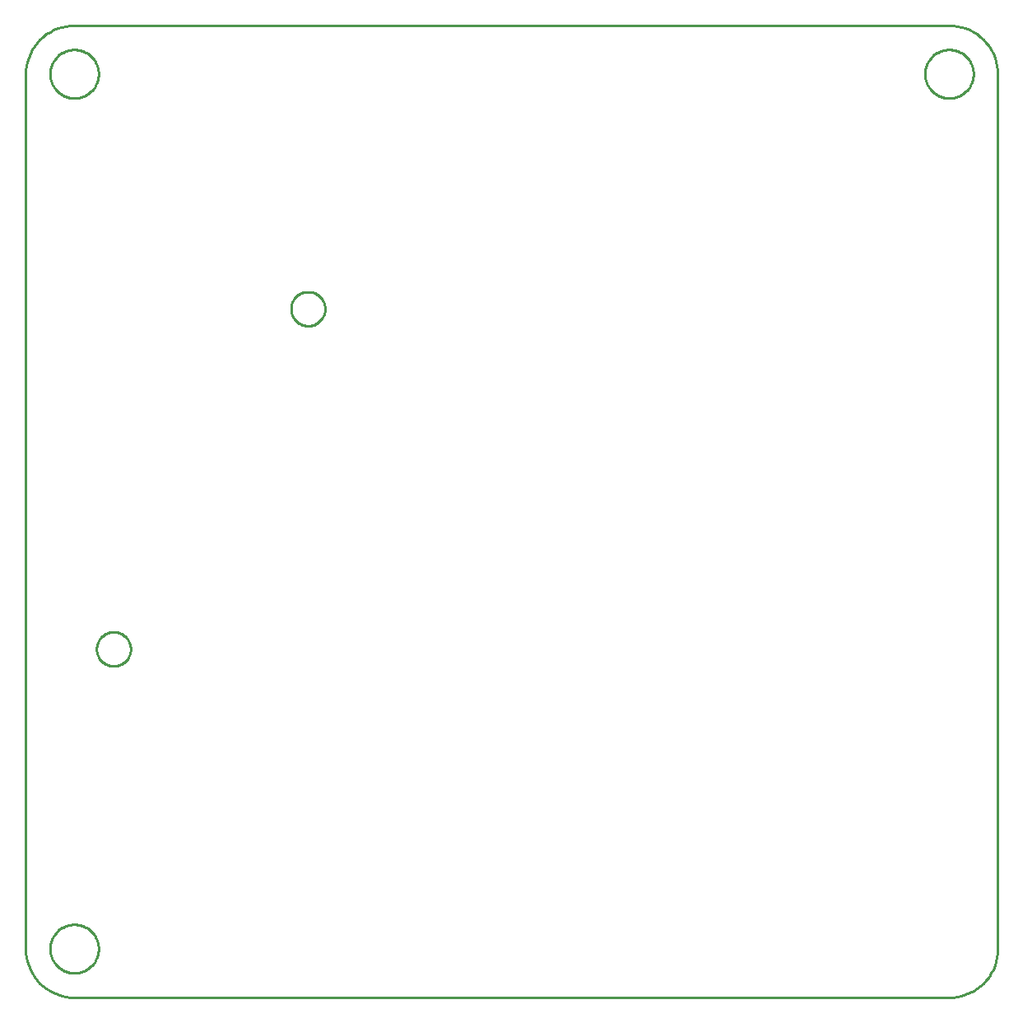
<source format=gbr>
G04 EAGLE Gerber RS-274X export*
G75*
%MOMM*%
%FSLAX34Y34*%
%LPD*%
%IN*%
%IPPOS*%
%AMOC8*
5,1,8,0,0,1.08239X$1,22.5*%
G01*
%ADD10C,0.254000*%


D10*
X0Y50000D02*
X190Y45642D01*
X760Y41318D01*
X1704Y37059D01*
X3015Y32899D01*
X4685Y28869D01*
X6699Y25000D01*
X9042Y21321D01*
X11698Y17861D01*
X14645Y14645D01*
X17861Y11698D01*
X21321Y9042D01*
X25000Y6699D01*
X28869Y4685D01*
X32899Y3015D01*
X37059Y1704D01*
X41318Y760D01*
X45642Y190D01*
X50000Y0D01*
X950000Y0D01*
X954358Y190D01*
X958682Y760D01*
X962941Y1704D01*
X967101Y3015D01*
X971131Y4685D01*
X975000Y6699D01*
X978679Y9042D01*
X982139Y11698D01*
X985355Y14645D01*
X988302Y17861D01*
X990958Y21321D01*
X993301Y25000D01*
X995315Y28869D01*
X996985Y32899D01*
X998296Y37059D01*
X999240Y41318D01*
X999810Y45642D01*
X1000000Y50000D01*
X1000000Y950000D01*
X999810Y954358D01*
X999240Y958682D01*
X998296Y962941D01*
X996985Y967101D01*
X995315Y971131D01*
X993301Y975000D01*
X990958Y978679D01*
X988302Y982139D01*
X985355Y985355D01*
X982139Y988302D01*
X978679Y990958D01*
X975000Y993301D01*
X971131Y995315D01*
X967101Y996985D01*
X962941Y998296D01*
X958682Y999240D01*
X954358Y999810D01*
X950000Y1000000D01*
X50000Y1000000D01*
X45642Y999810D01*
X41318Y999240D01*
X37059Y998296D01*
X32899Y996985D01*
X28869Y995315D01*
X25000Y993301D01*
X21321Y990958D01*
X17861Y988302D01*
X14645Y985355D01*
X11698Y982139D01*
X9042Y978679D01*
X6699Y975000D01*
X4685Y971131D01*
X3015Y967101D01*
X1704Y962941D01*
X760Y958682D01*
X190Y954358D01*
X0Y950000D01*
X0Y50000D01*
X75000Y49299D02*
X74921Y47898D01*
X74764Y46504D01*
X74529Y45121D01*
X74217Y43753D01*
X73829Y42405D01*
X73365Y41081D01*
X72829Y39785D01*
X72220Y38521D01*
X71541Y37293D01*
X70795Y36105D01*
X69983Y34961D01*
X69108Y33864D01*
X68174Y32818D01*
X67182Y31826D01*
X66136Y30892D01*
X65039Y30017D01*
X63895Y29205D01*
X62707Y28459D01*
X61479Y27780D01*
X60215Y27171D01*
X58919Y26635D01*
X57595Y26171D01*
X56247Y25783D01*
X54879Y25471D01*
X53496Y25236D01*
X52102Y25079D01*
X50701Y25000D01*
X49299Y25000D01*
X47898Y25079D01*
X46504Y25236D01*
X45121Y25471D01*
X43753Y25783D01*
X42405Y26171D01*
X41081Y26635D01*
X39785Y27171D01*
X38521Y27780D01*
X37293Y28459D01*
X36105Y29205D01*
X34961Y30017D01*
X33864Y30892D01*
X32818Y31826D01*
X31826Y32818D01*
X30892Y33864D01*
X30017Y34961D01*
X29205Y36105D01*
X28459Y37293D01*
X27780Y38521D01*
X27171Y39785D01*
X26635Y41081D01*
X26171Y42405D01*
X25783Y43753D01*
X25471Y45121D01*
X25236Y46504D01*
X25079Y47898D01*
X25000Y49299D01*
X25000Y50701D01*
X25079Y52102D01*
X25236Y53496D01*
X25471Y54879D01*
X25783Y56247D01*
X26171Y57595D01*
X26635Y58919D01*
X27171Y60215D01*
X27780Y61479D01*
X28459Y62707D01*
X29205Y63895D01*
X30017Y65039D01*
X30892Y66136D01*
X31826Y67182D01*
X32818Y68174D01*
X33864Y69108D01*
X34961Y69983D01*
X36105Y70795D01*
X37293Y71541D01*
X38521Y72220D01*
X39785Y72829D01*
X41081Y73365D01*
X42405Y73829D01*
X43753Y74217D01*
X45121Y74529D01*
X46504Y74764D01*
X47898Y74921D01*
X49299Y75000D01*
X50701Y75000D01*
X52102Y74921D01*
X53496Y74764D01*
X54879Y74529D01*
X56247Y74217D01*
X57595Y73829D01*
X58919Y73365D01*
X60215Y72829D01*
X61479Y72220D01*
X62707Y71541D01*
X63895Y70795D01*
X65039Y69983D01*
X66136Y69108D01*
X67182Y68174D01*
X68174Y67182D01*
X69108Y66136D01*
X69983Y65039D01*
X70795Y63895D01*
X71541Y62707D01*
X72220Y61479D01*
X72829Y60215D01*
X73365Y58919D01*
X73829Y57595D01*
X74217Y56247D01*
X74529Y54879D01*
X74764Y53496D01*
X74921Y52102D01*
X75000Y50701D01*
X75000Y49299D01*
X975000Y949299D02*
X974921Y947898D01*
X974764Y946504D01*
X974529Y945121D01*
X974217Y943753D01*
X973829Y942405D01*
X973365Y941081D01*
X972829Y939785D01*
X972220Y938521D01*
X971541Y937293D01*
X970795Y936105D01*
X969983Y934961D01*
X969108Y933864D01*
X968174Y932818D01*
X967182Y931826D01*
X966136Y930892D01*
X965039Y930017D01*
X963895Y929205D01*
X962707Y928459D01*
X961479Y927780D01*
X960215Y927171D01*
X958919Y926635D01*
X957595Y926171D01*
X956247Y925783D01*
X954879Y925471D01*
X953496Y925236D01*
X952102Y925079D01*
X950701Y925000D01*
X949299Y925000D01*
X947898Y925079D01*
X946504Y925236D01*
X945121Y925471D01*
X943753Y925783D01*
X942405Y926171D01*
X941081Y926635D01*
X939785Y927171D01*
X938521Y927780D01*
X937293Y928459D01*
X936105Y929205D01*
X934961Y930017D01*
X933864Y930892D01*
X932818Y931826D01*
X931826Y932818D01*
X930892Y933864D01*
X930017Y934961D01*
X929205Y936105D01*
X928459Y937293D01*
X927780Y938521D01*
X927171Y939785D01*
X926635Y941081D01*
X926171Y942405D01*
X925783Y943753D01*
X925471Y945121D01*
X925236Y946504D01*
X925079Y947898D01*
X925000Y949299D01*
X925000Y950701D01*
X925079Y952102D01*
X925236Y953496D01*
X925471Y954879D01*
X925783Y956247D01*
X926171Y957595D01*
X926635Y958919D01*
X927171Y960215D01*
X927780Y961479D01*
X928459Y962707D01*
X929205Y963895D01*
X930017Y965039D01*
X930892Y966136D01*
X931826Y967182D01*
X932818Y968174D01*
X933864Y969108D01*
X934961Y969983D01*
X936105Y970795D01*
X937293Y971541D01*
X938521Y972220D01*
X939785Y972829D01*
X941081Y973365D01*
X942405Y973829D01*
X943753Y974217D01*
X945121Y974529D01*
X946504Y974764D01*
X947898Y974921D01*
X949299Y975000D01*
X950701Y975000D01*
X952102Y974921D01*
X953496Y974764D01*
X954879Y974529D01*
X956247Y974217D01*
X957595Y973829D01*
X958919Y973365D01*
X960215Y972829D01*
X961479Y972220D01*
X962707Y971541D01*
X963895Y970795D01*
X965039Y969983D01*
X966136Y969108D01*
X967182Y968174D01*
X968174Y967182D01*
X969108Y966136D01*
X969983Y965039D01*
X970795Y963895D01*
X971541Y962707D01*
X972220Y961479D01*
X972829Y960215D01*
X973365Y958919D01*
X973829Y957595D01*
X974217Y956247D01*
X974529Y954879D01*
X974764Y953496D01*
X974921Y952102D01*
X975000Y950701D01*
X975000Y949299D01*
X75000Y949299D02*
X74921Y947898D01*
X74764Y946504D01*
X74529Y945121D01*
X74217Y943753D01*
X73829Y942405D01*
X73365Y941081D01*
X72829Y939785D01*
X72220Y938521D01*
X71541Y937293D01*
X70795Y936105D01*
X69983Y934961D01*
X69108Y933864D01*
X68174Y932818D01*
X67182Y931826D01*
X66136Y930892D01*
X65039Y930017D01*
X63895Y929205D01*
X62707Y928459D01*
X61479Y927780D01*
X60215Y927171D01*
X58919Y926635D01*
X57595Y926171D01*
X56247Y925783D01*
X54879Y925471D01*
X53496Y925236D01*
X52102Y925079D01*
X50701Y925000D01*
X49299Y925000D01*
X47898Y925079D01*
X46504Y925236D01*
X45121Y925471D01*
X43753Y925783D01*
X42405Y926171D01*
X41081Y926635D01*
X39785Y927171D01*
X38521Y927780D01*
X37293Y928459D01*
X36105Y929205D01*
X34961Y930017D01*
X33864Y930892D01*
X32818Y931826D01*
X31826Y932818D01*
X30892Y933864D01*
X30017Y934961D01*
X29205Y936105D01*
X28459Y937293D01*
X27780Y938521D01*
X27171Y939785D01*
X26635Y941081D01*
X26171Y942405D01*
X25783Y943753D01*
X25471Y945121D01*
X25236Y946504D01*
X25079Y947898D01*
X25000Y949299D01*
X25000Y950701D01*
X25079Y952102D01*
X25236Y953496D01*
X25471Y954879D01*
X25783Y956247D01*
X26171Y957595D01*
X26635Y958919D01*
X27171Y960215D01*
X27780Y961479D01*
X28459Y962707D01*
X29205Y963895D01*
X30017Y965039D01*
X30892Y966136D01*
X31826Y967182D01*
X32818Y968174D01*
X33864Y969108D01*
X34961Y969983D01*
X36105Y970795D01*
X37293Y971541D01*
X38521Y972220D01*
X39785Y972829D01*
X41081Y973365D01*
X42405Y973829D01*
X43753Y974217D01*
X45121Y974529D01*
X46504Y974764D01*
X47898Y974921D01*
X49299Y975000D01*
X50701Y975000D01*
X52102Y974921D01*
X53496Y974764D01*
X54879Y974529D01*
X56247Y974217D01*
X57595Y973829D01*
X58919Y973365D01*
X60215Y972829D01*
X61479Y972220D01*
X62707Y971541D01*
X63895Y970795D01*
X65039Y969983D01*
X66136Y969108D01*
X67182Y968174D01*
X68174Y967182D01*
X69108Y966136D01*
X69983Y965039D01*
X70795Y963895D01*
X71541Y962707D01*
X72220Y961479D01*
X72829Y960215D01*
X73365Y958919D01*
X73829Y957595D01*
X74217Y956247D01*
X74529Y954879D01*
X74764Y953496D01*
X74921Y952102D01*
X75000Y950701D01*
X75000Y949299D01*
X273000Y708973D02*
X273075Y710116D01*
X273225Y711252D01*
X273448Y712376D01*
X273745Y713483D01*
X274113Y714568D01*
X274551Y715626D01*
X275058Y716654D01*
X275631Y717646D01*
X276268Y718599D01*
X276965Y719508D01*
X277721Y720369D01*
X278531Y721179D01*
X279392Y721935D01*
X280301Y722632D01*
X281254Y723269D01*
X282246Y723842D01*
X283274Y724349D01*
X284332Y724787D01*
X285417Y725155D01*
X286524Y725452D01*
X287648Y725676D01*
X288784Y725825D01*
X289927Y725900D01*
X291073Y725900D01*
X292216Y725825D01*
X293352Y725676D01*
X294476Y725452D01*
X295583Y725155D01*
X296668Y724787D01*
X297726Y724349D01*
X298754Y723842D01*
X299746Y723269D01*
X300699Y722632D01*
X301608Y721935D01*
X302469Y721179D01*
X303279Y720369D01*
X304035Y719508D01*
X304732Y718599D01*
X305369Y717646D01*
X305942Y716654D01*
X306449Y715626D01*
X306887Y714568D01*
X307255Y713483D01*
X307552Y712376D01*
X307776Y711252D01*
X307925Y710116D01*
X308000Y708973D01*
X308000Y707827D01*
X307925Y706684D01*
X307776Y705548D01*
X307552Y704424D01*
X307255Y703317D01*
X306887Y702232D01*
X306449Y701174D01*
X305942Y700146D01*
X305369Y699154D01*
X304732Y698201D01*
X304035Y697292D01*
X303279Y696431D01*
X302469Y695621D01*
X301608Y694865D01*
X300699Y694168D01*
X299746Y693531D01*
X298754Y692958D01*
X297726Y692451D01*
X296668Y692013D01*
X295583Y691645D01*
X294476Y691348D01*
X293352Y691125D01*
X292216Y690975D01*
X291073Y690900D01*
X289927Y690900D01*
X288784Y690975D01*
X287648Y691125D01*
X286524Y691348D01*
X285417Y691645D01*
X284332Y692013D01*
X283274Y692451D01*
X282246Y692958D01*
X281254Y693531D01*
X280301Y694168D01*
X279392Y694865D01*
X278531Y695621D01*
X277721Y696431D01*
X276965Y697292D01*
X276268Y698201D01*
X275631Y699154D01*
X275058Y700146D01*
X274551Y701174D01*
X274113Y702232D01*
X273745Y703317D01*
X273448Y704424D01*
X273225Y705548D01*
X273075Y706684D01*
X273000Y707827D01*
X273000Y708973D01*
X73000Y358973D02*
X73075Y360116D01*
X73225Y361252D01*
X73448Y362376D01*
X73745Y363483D01*
X74113Y364568D01*
X74551Y365626D01*
X75058Y366654D01*
X75631Y367646D01*
X76268Y368599D01*
X76965Y369508D01*
X77721Y370369D01*
X78531Y371179D01*
X79392Y371935D01*
X80301Y372632D01*
X81254Y373269D01*
X82246Y373842D01*
X83274Y374349D01*
X84332Y374787D01*
X85417Y375155D01*
X86524Y375452D01*
X87648Y375676D01*
X88784Y375825D01*
X89927Y375900D01*
X91073Y375900D01*
X92216Y375825D01*
X93352Y375676D01*
X94476Y375452D01*
X95583Y375155D01*
X96668Y374787D01*
X97726Y374349D01*
X98754Y373842D01*
X99746Y373269D01*
X100699Y372632D01*
X101608Y371935D01*
X102469Y371179D01*
X103279Y370369D01*
X104035Y369508D01*
X104732Y368599D01*
X105369Y367646D01*
X105942Y366654D01*
X106449Y365626D01*
X106887Y364568D01*
X107255Y363483D01*
X107552Y362376D01*
X107776Y361252D01*
X107925Y360116D01*
X108000Y358973D01*
X108000Y357827D01*
X107925Y356684D01*
X107776Y355548D01*
X107552Y354424D01*
X107255Y353317D01*
X106887Y352232D01*
X106449Y351174D01*
X105942Y350146D01*
X105369Y349154D01*
X104732Y348201D01*
X104035Y347292D01*
X103279Y346431D01*
X102469Y345621D01*
X101608Y344865D01*
X100699Y344168D01*
X99746Y343531D01*
X98754Y342958D01*
X97726Y342451D01*
X96668Y342013D01*
X95583Y341645D01*
X94476Y341348D01*
X93352Y341125D01*
X92216Y340975D01*
X91073Y340900D01*
X89927Y340900D01*
X88784Y340975D01*
X87648Y341125D01*
X86524Y341348D01*
X85417Y341645D01*
X84332Y342013D01*
X83274Y342451D01*
X82246Y342958D01*
X81254Y343531D01*
X80301Y344168D01*
X79392Y344865D01*
X78531Y345621D01*
X77721Y346431D01*
X76965Y347292D01*
X76268Y348201D01*
X75631Y349154D01*
X75058Y350146D01*
X74551Y351174D01*
X74113Y352232D01*
X73745Y353317D01*
X73448Y354424D01*
X73225Y355548D01*
X73075Y356684D01*
X73000Y357827D01*
X73000Y358973D01*
M02*

</source>
